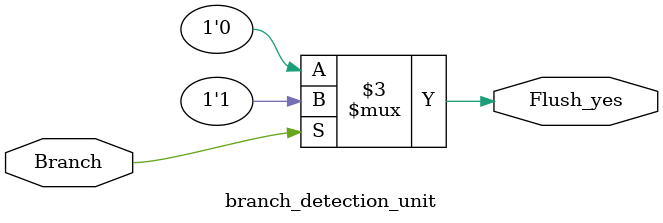
<source format=v>
module branch_detection_unit(
input Branch, 
output reg Flush_yes 
); 

always@(*)
begin 
if (Branch)
begin 
Flush_yes <= 1;
end  

else 
begin 
Flush_yes <= 0; 
end 
end 
endmodule 
</source>
